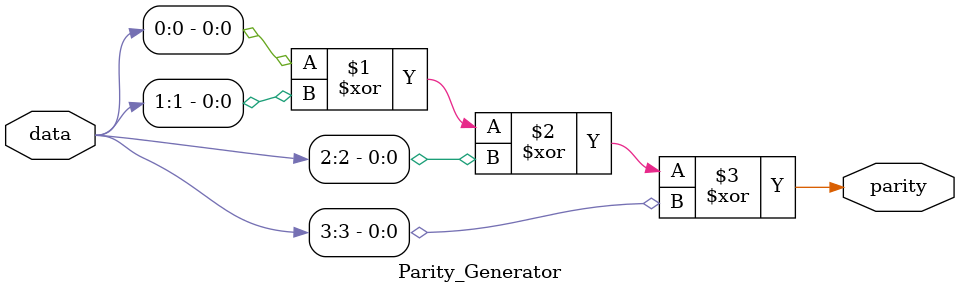
<source format=v>
`timescale 1ns / 1ps
module Parity_Generator(parity, data);
    output parity;
    input wire [3:0] data;
	 assign parity = data[0] ^ data[1] ^ data[2] ^ data[3];


endmodule

</source>
